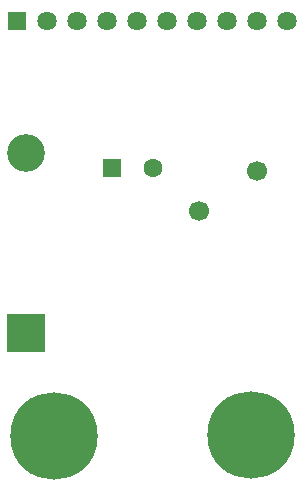
<source format=gbr>
%TF.GenerationSoftware,KiCad,Pcbnew,8.0.7*%
%TF.CreationDate,2025-03-17T18:49:10-07:00*%
%TF.ProjectId,Buck5,4275636b-352e-46b6-9963-61645f706362,rev?*%
%TF.SameCoordinates,Original*%
%TF.FileFunction,Copper,L2,Inr*%
%TF.FilePolarity,Positive*%
%FSLAX46Y46*%
G04 Gerber Fmt 4.6, Leading zero omitted, Abs format (unit mm)*
G04 Created by KiCad (PCBNEW 8.0.7) date 2025-03-17 18:49:10*
%MOMM*%
%LPD*%
G01*
G04 APERTURE LIST*
%TA.AperFunction,ComponentPad*%
%ADD10R,1.600000X1.600000*%
%TD*%
%TA.AperFunction,ComponentPad*%
%ADD11C,1.600000*%
%TD*%
%TA.AperFunction,ComponentPad*%
%ADD12C,7.400000*%
%TD*%
%TA.AperFunction,ComponentPad*%
%ADD13R,3.200000X3.200000*%
%TD*%
%TA.AperFunction,ComponentPad*%
%ADD14O,3.200000X3.200000*%
%TD*%
%TA.AperFunction,ComponentPad*%
%ADD15R,1.635000X1.635000*%
%TD*%
%TA.AperFunction,ComponentPad*%
%ADD16C,1.635000*%
%TD*%
%TA.AperFunction,ViaPad*%
%ADD17C,1.700000*%
%TD*%
G04 APERTURE END LIST*
D10*
%TO.N,/+5V*%
%TO.C,C2*%
X108329349Y-86106000D03*
D11*
%TO.N,GND*%
X111829349Y-86106000D03*
%TD*%
D12*
%TO.N,GND*%
%TO.C,H1*%
X103450000Y-108749900D03*
%TD*%
D13*
%TO.N,Net-(D2-K)*%
%TO.C,D2*%
X101092000Y-100076000D03*
D14*
%TO.N,GND*%
X101092000Y-84836000D03*
%TD*%
D12*
%TO.N,GND*%
%TO.C,H2*%
X120100000Y-108720000D03*
%TD*%
D15*
%TO.N,GND*%
%TO.C,J1*%
X100330000Y-73660000D03*
D16*
X102870000Y-73660000D03*
X105410000Y-73660000D03*
X107950000Y-73660000D03*
X110490000Y-73660000D03*
X113030000Y-73660000D03*
X115570000Y-73660000D03*
X118110000Y-73660000D03*
%TO.N,/+5V*%
X120650000Y-73660000D03*
%TO.N,/+24V*%
X123190000Y-73660000D03*
%TD*%
D17*
%TO.N,GND*%
X120650000Y-86360000D03*
X115757000Y-89729000D03*
%TD*%
M02*

</source>
